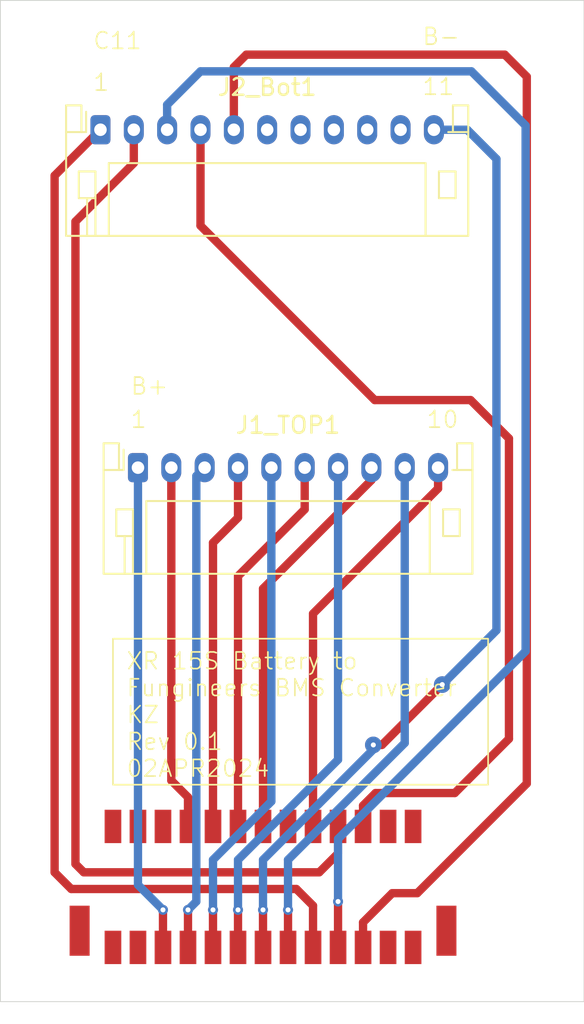
<source format=kicad_pcb>
(kicad_pcb (version 20240108) (generator "pcbnew") (generator_version "8.0")
  (layers (0 "F.Cu" signal) (31 "B.Cu" signal) (34 "B.Paste" user) (35 "F.Paste" user) (36 "B.SilkS" user "B.Silkscreen") (37 "F.SilkS" user "F.Silkscreen") (38 "B.Mask" user) (39 "F.Mask" user) (44 "Edge.Cuts" user))
  (net 0 "")
  (net 1 "bms_11")
  (net 2 "bms_13")
  (net 3 "bms_09")
  (net 4 "bms_14")
  (net 5 "bms_06")
  (net 6 "bms_07")
  (net 7 "bms_15")
  (net 8 "bms_12")
  (net 9 "bms_10")
  (net 10 "bms_08")
  (net 11 "bms_02")
  (net 12 "bms_04")
  (net 13 "bms_01")
  (net 14 "bms_03")
  (net 15 "bms_05")
  (net 18 "t4_+")
  (net 19 "t2_+")
  (net 20 "t4_-")
  (net 21 "t1_+")
  (net 22 "t3_-")
  (net 23 "t2_-")
  (net 24 "t3_+")
  (net 25 "t1_-")
  (net 26 "bms_16")
  (footprint "JST_26_ZPD:JST_ZPD_26" (layer "F.Cu") (at 124.75 140.5)
    (property "Reference" "J3" (hide yes))
    (property "Value" "Conn_02x10_Odd_Even")
    (pad "" smd rect (at -10.5 -2.5) (size 1.2 3) (drill (offset -0.5 1.5)) (layers "F.Cu" "F.Paste" "F.Mask"))
    (pad "" smd rect (at 10.5 -2.5) (size 1.2 3) (drill (offset 0.5 1.5)) (layers "F.Cu" "F.Paste" "F.Mask"))
    (pad "1" smd rect (at 9 0) (size 1 2) (layers "F.Cu" "F.Paste" "F.Mask") (net 18 "t4_+"))
    (pad "2" smd rect (at 9 -7.25) (size 1 2) (layers "F.Cu" "F.Paste" "F.Mask") (net 20 "t4_-"))
    (pad "3" smd rect (at 7.5 0) (size 1 2) (layers "F.Cu" "F.Paste" "F.Mask") (net 24 "t3_+"))
    (pad "4" smd rect (at 7.5 -7.25) (size 1 2) (layers "F.Cu" "F.Paste" "F.Mask") (net 22 "t3_-"))
    (pad "5" smd rect (at 6 0) (size 1 2) (layers "F.Cu" "F.Paste" "F.Mask") (net 7 "bms_15"))
    (pad "6" smd rect (at 6 -7.25) (size 1 2) (layers "F.Cu" "F.Paste" "F.Mask") (net 4 "bms_14"))
    (pad "7" smd rect (at 4.5 0) (size 1 2) (layers "F.Cu" "F.Paste" "F.Mask") (net 2 "bms_13"))
    (pad "8" smd rect (at 4.5 -7.25) (size 1 2) (layers "F.Cu" "F.Paste" "F.Mask") (net 8 "bms_12"))
    (pad "9" smd rect (at 3 0) (size 1 2) (layers "F.Cu" "F.Paste" "F.Mask") (net 1 "bms_11"))
    (pad "10" smd rect (at 3 -7.25) (size 1 2) (layers "F.Cu" "F.Paste" "F.Mask") (net 9 "bms_10"))
    (pad "11" smd rect (at 1.5 0) (size 1 2) (layers "F.Cu" "F.Paste" "F.Mask") (net 3 "bms_09"))
    (pad "12" smd rect (at 1.5 -7.25) (size 1 2) (layers "F.Cu" "F.Paste" "F.Mask"))
    (pad "13" smd rect (at 0 0) (size 1 2) (layers "F.Cu" "F.Paste" "F.Mask") (net 26 "bms_16"))
    (pad "14" smd rect (at 0 -7.25) (size 1 2) (layers "F.Cu" "F.Paste" "F.Mask") (net 10 "bms_08"))
    (pad "15" smd rect (at -1.5 0) (size 1 2) (layers "F.Cu" "F.Paste" "F.Mask") (net 6 "bms_07"))
    (pad "16" smd rect (at -1.5 -7.25) (size 1 2) (layers "F.Cu" "F.Paste" "F.Mask") (net 5 "bms_06"))
    (pad "17" smd rect (at -3 0) (size 1 2) (layers "F.Cu" "F.Paste" "F.Mask") (net 15 "bms_05"))
    (pad "18" smd rect (at -3 -7.25) (size 1 2) (layers "F.Cu" "F.Paste" "F.Mask") (net 12 "bms_04"))
    (pad "19" smd rect (at -4.5 0) (size 1 2) (layers "F.Cu" "F.Paste" "F.Mask") (net 14 "bms_03"))
    (pad "20" smd rect (at -4.5 -7.25) (size 1 2) (layers "F.Cu" "F.Paste" "F.Mask") (net 11 "bms_02"))
    (pad "21" smd rect (at -6 0) (size 1 2) (layers "F.Cu" "F.Paste" "F.Mask") (net 13 "bms_01"))
    (pad "22" smd rect (at -6 -7.25) (size 1 2) (layers "F.Cu" "F.Paste" "F.Mask"))
    (pad "23" smd rect (at -7.5 0) (size 1 2) (layers "F.Cu" "F.Paste" "F.Mask") (net 25 "t1_-"))
    (pad "24" smd rect (at -7.5 -7.25) (size 1 2) (layers "F.Cu" "F.Paste" "F.Mask") (net 21 "t1_+"))
    (pad "25" smd rect (at -9 0) (size 1 2) (layers "F.Cu" "F.Paste" "F.Mask") (net 23 "t2_-"))
    (pad "26" smd rect (at -9 -7.25) (size 1 2) (layers "F.Cu" "F.Paste" "F.Mask") (net 19 "t2_+"))
  )
  (footprint "Connector_JST:JST_PH_S10B-PH-K_1x10_P2.00mm_Horizontal" (layer "F.Cu") (at 117.25 111.75)
    (property "Reference" "J1_TOP1" (at 9 -2.55 0) (layer "F.SilkS"))
    (property "Value" "Conn_01x10")
    (fp_line (start -2.06 -1.46) (end -2.06 6.36) (stroke (width 0.12)) (layer "F.SilkS"))
    (fp_line (start -2.06 0.14) (end -1.14 0.14) (stroke (width 0.12)) (layer "F.SilkS"))
    (fp_line (start -2.06 6.36) (end 20.06 6.36) (stroke (width 0.12)) (layer "F.SilkS"))
    (fp_line (start -1.3 2.5) (end -1.3 4.1) (stroke (width 0.12)) (layer "F.SilkS"))
    (fp_line (start -1.3 4.1) (end -0.3 4.1) (stroke (width 0.12)) (layer "F.SilkS"))
    (fp_line (start -1.14 -1.46) (end -2.06 -1.46) (stroke (width 0.12)) (layer "F.SilkS"))
    (fp_line (start -1.14 0.14) (end -1.14 -1.46) (stroke (width 0.12)) (layer "F.SilkS"))
    (fp_line (start -0.86 0.14) (end -1.14 0.14) (stroke (width 0.12)) (layer "F.SilkS"))
    (fp_line (start -0.86 0.14) (end -0.86 -1.075) (stroke (width 0.12)) (layer "F.SilkS"))
    (fp_line (start -0.8 4.1) (end -0.8 6.36) (stroke (width 0.12)) (layer "F.SilkS"))
    (fp_line (start -0.3 2.5) (end -1.3 2.5) (stroke (width 0.12)) (layer "F.SilkS"))
    (fp_line (start -0.3 4.1) (end -0.3 2.5) (stroke (width 0.12)) (layer "F.SilkS"))
    (fp_line (start -0.3 4.1) (end -0.3 6.36) (stroke (width 0.12)) (layer "F.SilkS"))
    (fp_line (start 0.5 2) (end 17.5 2) (stroke (width 0.12)) (layer "F.SilkS"))
    (fp_line (start 0.5 6.36) (end 0.5 2) (stroke (width 0.12)) (layer "F.SilkS"))
    (fp_line (start 17.5 2) (end 17.5 6.36) (stroke (width 0.12)) (layer "F.SilkS"))
    (fp_line (start 18.3 2.5) (end 19.3 2.5) (stroke (width 0.12)) (layer "F.SilkS"))
    (fp_line (start 18.3 4.1) (end 18.3 2.5) (stroke (width 0.12)) (layer "F.SilkS"))
    (fp_line (start 19.14 -1.46) (end 19.14 0.14) (stroke (width 0.12)) (layer "F.SilkS"))
    (fp_line (start 19.14 0.14) (end 18.86 0.14) (stroke (width 0.12)) (layer "F.SilkS"))
    (fp_line (start 19.3 2.5) (end 19.3 4.1) (stroke (width 0.12)) (layer "F.SilkS"))
    (fp_line (start 19.3 4.1) (end 18.3 4.1) (stroke (width 0.12)) (layer "F.SilkS"))
    (fp_line (start 20.06 -1.46) (end 19.14 -1.46) (stroke (width 0.12)) (layer "F.SilkS"))
    (fp_line (start 20.06 0.14) (end 19.14 0.14) (stroke (width 0.12)) (layer "F.SilkS"))
    (fp_line (start 20.06 6.36) (end 20.06 -1.46) (stroke (width 0.12)) (layer "F.SilkS"))
    (pad "1" thru_hole roundrect (at 0 0) (size 1.2 1.75) (drill 0.75) (layers "*.Cu" "*.Mask") (roundrect_rratio 0.208333) (net 13 "bms_01"))
    (pad "2" thru_hole oval (at 2 0) (size 1.2 1.75) (drill 0.75) (layers "*.Cu" "*.Mask") (net 11 "bms_02"))
    (pad "3" thru_hole oval (at 4 0) (size 1.2 1.75) (drill 0.75) (layers "*.Cu" "*.Mask") (net 14 "bms_03"))
    (pad "4" thru_hole oval (at 6 0) (size 1.2 1.75) (drill 0.75) (layers "*.Cu" "*.Mask") (net 12 "bms_04"))
    (pad "5" thru_hole oval (at 8 0) (size 1.2 1.75) (drill 0.75) (layers "*.Cu" "*.Mask") (net 15 "bms_05"))
    (pad "6" thru_hole oval (at 10 0) (size 1.2 1.75) (drill 0.75) (layers "*.Cu" "*.Mask") (net 5 "bms_06"))
    (pad "7" thru_hole oval (at 12 0) (size 1.2 1.75) (drill 0.75) (layers "*.Cu" "*.Mask") (net 6 "bms_07"))
    (pad "8" thru_hole oval (at 14 0) (size 1.2 1.75) (drill 0.75) (layers "*.Cu" "*.Mask") (net 10 "bms_08"))
    (pad "9" thru_hole oval (at 16 0) (size 1.2 1.75) (drill 0.75) (layers "*.Cu" "*.Mask") (net 3 "bms_09"))
    (pad "10" thru_hole oval (at 18 0) (size 1.2 1.75) (drill 0.75) (layers "*.Cu" "*.Mask") (net 9 "bms_10"))
  )
  (footprint "Connector_JST:JST_PH_S11B-PH-K_1x11_P2.00mm_Horizontal" (layer "F.Cu") (at 115 91.5)
    (property "Reference" "J2_Bot1" (at 10 -2.55 0) (layer "F.SilkS"))
    (property "Value" "Conn_01x10")
    (fp_line (start -2.06 -1.46) (end -2.06 6.36) (stroke (width 0.12)) (layer "F.SilkS"))
    (fp_line (start -2.06 0.14) (end -1.14 0.14) (stroke (width 0.12)) (layer "F.SilkS"))
    (fp_line (start -2.06 6.36) (end 22.06 6.36) (stroke (width 0.12)) (layer "F.SilkS"))
    (fp_line (start -1.3 2.5) (end -1.3 4.1) (stroke (width 0.12)) (layer "F.SilkS"))
    (fp_line (start -1.3 4.1) (end -0.3 4.1) (stroke (width 0.12)) (layer "F.SilkS"))
    (fp_line (start -1.14 -1.46) (end -2.06 -1.46) (stroke (width 0.12)) (layer "F.SilkS"))
    (fp_line (start -1.14 0.14) (end -1.14 -1.46) (stroke (width 0.12)) (layer "F.SilkS"))
    (fp_line (start -0.86 0.14) (end -1.14 0.14) (stroke (width 0.12)) (layer "F.SilkS"))
    (fp_line (start -0.86 0.14) (end -0.86 -1.075) (stroke (width 0.12)) (layer "F.SilkS"))
    (fp_line (start -0.8 4.1) (end -0.8 6.36) (stroke (width 0.12)) (layer "F.SilkS"))
    (fp_line (start -0.3 2.5) (end -1.3 2.5) (stroke (width 0.12)) (layer "F.SilkS"))
    (fp_line (start -0.3 4.1) (end -0.3 2.5) (stroke (width 0.12)) (layer "F.SilkS"))
    (fp_line (start -0.3 4.1) (end -0.3 6.36) (stroke (width 0.12)) (layer "F.SilkS"))
    (fp_line (start 0.5 2) (end 19.5 2) (stroke (width 0.12)) (layer "F.SilkS"))
    (fp_line (start 0.5 6.36) (end 0.5 2) (stroke (width 0.12)) (layer "F.SilkS"))
    (fp_line (start 19.5 2) (end 19.5 6.36) (stroke (width 0.12)) (layer "F.SilkS"))
    (fp_line (start 20.3 2.5) (end 21.3 2.5) (stroke (width 0.12)) (layer "F.SilkS"))
    (fp_line (start 20.3 4.1) (end 20.3 2.5) (stroke (width 0.12)) (layer "F.SilkS"))
    (fp_line (start 21.14 -1.46) (end 21.14 0.14) (stroke (width 0.12)) (layer "F.SilkS"))
    (fp_line (start 21.14 0.14) (end 20.86 0.14) (stroke (width 0.12)) (layer "F.SilkS"))
    (fp_line (start 21.3 2.5) (end 21.3 4.1) (stroke (width 0.12)) (layer "F.SilkS"))
    (fp_line (start 21.3 4.1) (end 20.3 4.1) (stroke (width 0.12)) (layer "F.SilkS"))
    (fp_line (start 22.06 -1.46) (end 21.14 -1.46) (stroke (width 0.12)) (layer "F.SilkS"))
    (fp_line (start 22.06 0.14) (end 21.14 0.14) (stroke (width 0.12)) (layer "F.SilkS"))
    (fp_line (start 22.06 6.36) (end 22.06 -1.46) (stroke (width 0.12)) (layer "F.SilkS"))
    (pad "1" thru_hole roundrect (at 0 0) (size 1.2 1.75) (drill 0.75) (layers "*.Cu" "*.Mask") (roundrect_rratio 0.208333) (net 1 "bms_11"))
    (pad "2" thru_hole oval (at 2 0) (size 1.2 1.75) (drill 0.75) (layers "*.Cu" "*.Mask") (net 8 "bms_12"))
    (pad "3" thru_hole oval (at 4 0) (size 1.2 1.75) (drill 0.75) (layers "*.Cu" "*.Mask") (net 2 "bms_13"))
    (pad "4" thru_hole oval (at 6 0) (size 1.2 1.75) (drill 0.75) (layers "*.Cu" "*.Mask") (net 4 "bms_14"))
    (pad "5" thru_hole oval (at 8 0) (size 1.2 1.75) (drill 0.75) (layers "*.Cu" "*.Mask") (net 7 "bms_15"))
    (pad "6" thru_hole oval (at 10 0) (size 1.2 1.75) (drill 0.75) (layers "*.Cu" "*.Mask"))
    (pad "7" thru_hole oval (at 12 0) (size 1.2 1.75) (drill 0.75) (layers "*.Cu" "*.Mask"))
    (pad "8" thru_hole oval (at 14 0) (size 1.2 1.75) (drill 0.75) (layers "*.Cu" "*.Mask"))
    (pad "9" thru_hole oval (at 16 0) (size 1.2 1.75) (drill 0.75) (layers "*.Cu" "*.Mask"))
    (pad "10" thru_hole oval (at 18 0) (size 1.2 1.75) (drill 0.75) (layers "*.Cu" "*.Mask"))
    (pad "11" thru_hole oval (at 20 0) (size 1.2 1.75) (drill 0.75) (layers "*.Cu" "*.Mask") (net 26 "bms_16"))
  )
  (gr_rect (start 109 83.75) (end 144 143.75) (stroke (width 0.05)) (fill none) (layer "Edge.Cuts"))
  (gr_text "1" (at 116.75 109.45 0) (layer "F.SilkS") (effects (font (size 1 1) (thickness 0.1)) (justify left bottom)))
  (gr_text "11" (at 134.25 89.5 0) (layer "F.SilkS") (effects (font (size 1 1) (thickness 0.1)) (justify left bottom)))
  (gr_text "10" (at 134.5 109.45 0) (layer "F.SilkS") (effects (font (size 1 1) (thickness 0.1)) (justify left bottom)))
  (gr_text "C11" (at 114.5 86.75 0) (layer "F.SilkS") (effects (font (size 1 1) (thickness 0.1)) (justify left bottom)))
  (gr_text "B+" (at 116.75 107.45 0) (layer "F.SilkS") (effects (font (size 1 1) (thickness 0.1)) (justify left bottom)))
  (gr_text "1" (at 114.5 89.25 0) (layer "F.SilkS") (effects (font (size 1 1) (thickness 0.1)) (justify left bottom)))
  (gr_text "B-" (at 134.25 86.5 0) (layer "F.SilkS") (effects (font (size 1 1) (thickness 0.1)) (justify left bottom)))
  (gr_text_box "XR 15S Battery to \nFungineers BMS Converter\nKZ \nRev 0.1\n02APR2024" (start 115.75 122) (end 138.25 130.75) (layer "F.SilkS") (effects (font (size 1 1) (thickness 0.1)) (justify left top)) (border yes) (stroke (width 0.1)))
  (segment (start 112.25 94.25) (end 112.25 136) (width 0.5) (layer "F.Cu") (net 1))
  (segment (start 127.75 138) (end 127.75 140.5) (width 0.5) (layer "F.Cu") (net 1))
  (segment (start 126.75 137) (end 127.75 138) (width 0.5) (layer "F.Cu") (net 1))
  (segment (start 115 91.5) (end 112.25 94.25) (width 0.5) (layer "F.Cu") (net 1))
  (segment (start 113.25 137) (end 126.75 137) (width 0.5) (layer "F.Cu") (net 1))
  (segment (start 112.25 136) (end 113.25 137) (width 0.5) (layer "F.Cu") (net 1))
  (segment (start 129.25 137.75) (end 129.25 140.5) (width 0.5) (layer "F.Cu") (net 2))
  (via (at 129.25 137.75) (size 0.6) (drill 0.3) (layers "F.Cu" "B.Cu") (net 2))
  (segment (start 129.25 134) (end 140.5 122.75) (width 0.5) (layer "B.Cu") (net 2))
  (segment (start 119 90) (end 119 91.5) (width 0.5) (layer "B.Cu") (net 2))
  (segment (start 121 88) (end 119 90) (width 0.5) (layer "B.Cu") (net 2))
  (segment (start 137.25 88) (end 121 88) (width 0.5) (layer "B.Cu") (net 2))
  (segment (start 129.25 137.75) (end 129.25 134) (width 0.5) (layer "B.Cu") (net 2))
  (segment (start 140.5 122.75) (end 140.5 91.25) (width 0.5) (layer "B.Cu") (net 2))
  (segment (start 140.5 91.25) (end 137.25 88) (width 0.5) (layer "B.Cu") (net 2))
  (segment (start 126.25 138.25) (end 126.25 140.5) (width 0.5) (layer "F.Cu") (net 3))
  (via (at 126.25 138.25) (size 0.6) (drill 0.3) (layers "F.Cu" "B.Cu") (net 3))
  (segment (start 133.25 128.25) (end 133.25 111.75) (width 0.5) (layer "B.Cu") (net 3))
  (segment (start 126.25 138.25) (end 126.25 135.25) (width 0.5) (layer "B.Cu") (net 3))
  (segment (start 126.25 135.25) (end 133.25 128.25) (width 0.5) (layer "B.Cu") (net 3))
  (segment (start 130.75 132) (end 130.75 133.25) (width 0.5) (layer "F.Cu") (net 4))
  (segment (start 137.2 107.7) (end 139.5 110) (width 0.5) (layer "F.Cu") (net 4))
  (segment (start 131.45 107.7) (end 137.2 107.7) (width 0.5) (layer "F.Cu") (net 4))
  (segment (start 139.5 128) (end 136.25 131.25) (width 0.5) (layer "F.Cu") (net 4))
  (segment (start 121 91.5) (end 121 97.25) (width 0.5) (layer "F.Cu") (net 4))
  (segment (start 131.5 131.25) (end 130.75 132) (width 0.5) (layer "F.Cu") (net 4))
  (segment (start 139.5 110) (end 139.5 128) (width 0.5) (layer "F.Cu") (net 4))
  (segment (start 136.25 131.25) (end 131.5 131.25) (width 0.5) (layer "F.Cu") (net 4))
  (segment (start 121 97.25) (end 131.45 107.7) (width 0.5) (layer "F.Cu") (net 4))
  (segment (start 127.25 114.25) (end 123.25 118.25) (width 0.5) (layer "F.Cu") (net 5))
  (segment (start 127.25 111.75) (end 127.25 114.25) (width 0.5) (layer "F.Cu") (net 5))
  (segment (start 123.25 118.25) (end 123.25 133.25) (width 0.5) (layer "F.Cu") (net 5))
  (segment (start 123.25 140.5) (end 123.25 138.25) (width 0.5) (layer "F.Cu") (net 6))
  (via (at 123.25 138.25) (size 0.6) (drill 0.3) (layers "F.Cu" "B.Cu") (net 6))
  (segment (start 129.25 129.25) (end 129.25 111.75) (width 0.5) (layer "B.Cu") (net 6))
  (segment (start 123.25 138.25) (end 123.25 135.25) (width 0.5) (layer "B.Cu") (net 6))
  (segment (start 123.25 135.25) (end 129.25 129.25) (width 0.5) (layer "B.Cu") (net 6))
  (segment (start 130.75 140.5) (end 130.75 140.25) (width 0.5) (layer "F.Cu") (net 7))
  (segment (start 123.75 87) (end 123 87.75) (width 0.5) (layer "F.Cu") (net 7))
  (segment (start 130.75 140.5) (end 130.75 139) (width 0.5) (layer "F.Cu") (net 7))
  (segment (start 130.75 139) (end 132.5 137.25) (width 0.5) (layer "F.Cu") (net 7))
  (segment (start 123 87.75) (end 123 91.5) (width 0.5) (layer "F.Cu") (net 7))
  (segment (start 140.570644 88.320644) (end 139.25 87) (width 0.5) (layer "F.Cu") (net 7))
  (segment (start 140.570644 130.679356) (end 140.570644 88.320644) (width 0.5) (layer "F.Cu") (net 7))
  (segment (start 139.25 87) (end 123.75 87) (width 0.5) (layer "F.Cu") (net 7))
  (segment (start 134 137.25) (end 140.570644 130.679356) (width 0.5) (layer "F.Cu") (net 7))
  (segment (start 132.5 137.25) (end 134 137.25) (width 0.5) (layer "F.Cu") (net 7))
  (segment (start 117 91.5) (end 117 93.5) (width 0.5) (layer "F.Cu") (net 8))
  (segment (start 114 136) (end 128.120375 136) (width 0.5) (layer "F.Cu") (net 8))
  (segment (start 128.120375 136) (end 129.25 134.870375) (width 0.5) (layer "F.Cu") (net 8))
  (segment (start 113.5 97) (end 113.5 135.5) (width 0.5) (layer "F.Cu") (net 8))
  (segment (start 113.5 135.5) (end 114 136) (width 0.5) (layer "F.Cu") (net 8))
  (segment (start 129.25 134.870375) (end 129.25 133.25) (width 0.5) (layer "F.Cu") (net 8))
  (segment (start 117 93.5) (end 113.5 97) (width 0.5) (layer "F.Cu") (net 8))
  (segment (start 127.75 133.25) (end 127.75 120.5) (width 0.5) (layer "F.Cu") (net 9))
  (segment (start 135.25 113) (end 135.25 111.75) (width 0.5) (layer "F.Cu") (net 9))
  (segment (start 127.75 120.5) (end 135.25 113) (width 0.5) (layer "F.Cu") (net 9))
  (segment (start 131.25 111.75) (end 131.25 112.5) (width 0.5) (layer "F.Cu") (net 10))
  (segment (start 124.75 119) (end 124.75 133.25) (width 0.5) (layer "F.Cu") (net 10))
  (segment (start 131.25 112.5) (end 124.75 119) (width 0.5) (layer "F.Cu") (net 10))
  (segment (start 119.25 130.5) (end 119.25 111.75) (width 0.5) (layer "F.Cu") (net 11))
  (segment (start 120.25 131.5) (end 119.25 130.5) (width 0.5) (layer "F.Cu") (net 11))
  (segment (start 120.25 133.25) (end 120.25 131.5) (width 0.5) (layer "F.Cu") (net 11))
  (segment (start 123.25 111.75) (end 123.25 114.75) (width 0.5) (layer "F.Cu") (net 12))
  (segment (start 121.75 116.25) (end 121.75 133.25) (width 0.5) (layer "F.Cu") (net 12))
  (segment (start 123.25 114.75) (end 121.75 116.25) (width 0.5) (layer "F.Cu") (net 12))
  (segment (start 118.75 140.5) (end 118.75 138.25) (width 0.5) (layer "F.Cu") (net 13))
  (via (at 118.75 138.25) (size 0.6) (drill 0.3) (layers "F.Cu" "B.Cu") (net 13))
  (segment (start 117.25 136.75) (end 117.25 111.75) (width 0.5) (layer "B.Cu") (net 13))
  (segment (start 118.75 138.25) (end 117.25 136.75) (width 0.5) (layer "B.Cu") (net 13))
  (segment (start 120.25 140.5) (end 120.25 138.25) (width 0.5) (layer "F.Cu") (net 14))
  (via (at 120.25 138.25) (size 0.6) (drill 0.3) (layers "F.Cu" "B.Cu") (net 14))
  (segment (start 120.75 112.25) (end 121.25 111.75) (width 0.5) (layer "B.Cu") (net 14))
  (segment (start 120.75 137.75) (end 120.75 112.25) (width 0.5) (layer "B.Cu") (net 14))
  (segment (start 120.25 138.25) (end 120.75 137.75) (width 0.5) (layer "B.Cu") (net 14))
  (segment (start 121.75 138.25) (end 121.75 140.5) (width 0.5) (layer "F.Cu") (net 15))
  (via (at 121.75 138.25) (size 0.6) (drill 0.3) (layers "F.Cu" "B.Cu") (net 15))
  (segment (start 121.75 135.25) (end 125.25 131.75) (width 0.5) (layer "B.Cu") (net 15))
  (segment (start 125.25 131.75) (end 125.25 111.75) (width 0.5) (layer "B.Cu") (net 15))
  (segment (start 121.75 138.25) (end 121.75 135.25) (width 0.5) (layer "B.Cu") (net 15))
  (segment (start 131.366116 128.366116) (end 131.883884 128.366116) (width 0.5) (layer "F.Cu") (net 26))
  (segment (start 131.883884 128.366116) (end 135.5 124.75) (width 0.5) (layer "F.Cu") (net 26))
  (segment (start 124.75 140.5) (end 124.75 138.25) (width 0.5) (layer "F.Cu") (net 26))
  (via (at 131.366116 128.366116) (size 1) (drill 0.3) (layers "F.Cu" "B.Cu") (net 26))
  (via (at 135.5 124.75) (size 1) (drill 0.3) (layers "F.Cu" "B.Cu") (net 26))
  (via (at 124.75 138.25) (size 0.6) (drill 0.3) (layers "F.Cu" "B.Cu") (net 26))
  (segment (start 131.491116 128.508884) (end 131.366116 128.383884) (width 0.5) (layer "B.Cu") (net 26))
  (segment (start 135 91.5) (end 137 91.5) (width 0.5) (layer "B.Cu") (net 26))
  (segment (start 137 91.5) (end 138.75 93.25) (width 0.5) (layer "B.Cu") (net 26))
  (segment (start 138 122.25) (end 135.5 124.75) (width 0.5) (layer "B.Cu") (net 26))
  (segment (start 124.75 135.25) (end 131.491116 128.508884) (width 0.5) (layer "B.Cu") (net 26))
  (segment (start 131.366116 128.383884) (end 131.366116 128.366116) (width 0.5) (layer "B.Cu") (net 26))
  (segment (start 138.75 93.25) (end 138.75 121.5) (width 0.5) (layer "B.Cu") (net 26))
  (segment (start 124.75 138.25) (end 124.75 135.25) (width 0.5) (layer "B.Cu") (net 26))
  (segment (start 138.5 121.75) (end 138 122.25) (width 0.5) (layer "B.Cu") (net 26))
  (segment (start 138.75 121.5) (end 138.5 121.75) (width 0.5) (layer "B.Cu") (net 26))
)
</source>
